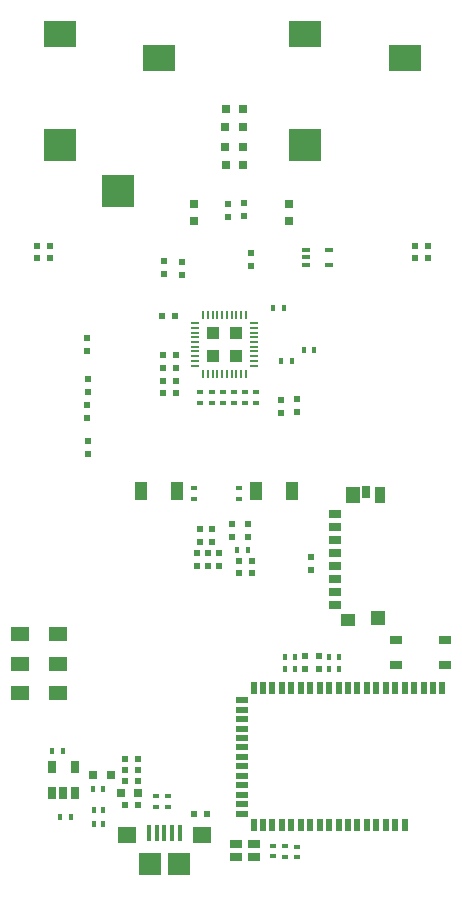
<source format=gbr>
G04 #@! TF.GenerationSoftware,KiCad,Pcbnew,(5.1.5)-3*
G04 #@! TF.CreationDate,2020-08-10T10:15:20+05:30*
G04 #@! TF.ProjectId,D_Tympan_DFMI_1.0,445f5479-6d70-4616-9e5f-44464d495f31,rev?*
G04 #@! TF.SameCoordinates,Original*
G04 #@! TF.FileFunction,Paste,Top*
G04 #@! TF.FilePolarity,Positive*
%FSLAX46Y46*%
G04 Gerber Fmt 4.6, Leading zero omitted, Abs format (unit mm)*
G04 Created by KiCad (PCBNEW (5.1.5)-3) date 2020-08-10 10:15:20*
%MOMM*%
%LPD*%
G04 APERTURE LIST*
%ADD10R,2.800000X2.800000*%
%ADD11R,2.800000X2.200000*%
%ADD12R,0.400000X0.600000*%
%ADD13R,0.400000X0.500000*%
%ADD14R,1.600000X1.200000*%
%ADD15R,0.500000X0.600000*%
%ADD16R,0.800000X0.750000*%
%ADD17R,0.600000X0.400000*%
%ADD18R,0.600000X1.000000*%
%ADD19R,1.000000X0.600000*%
%ADD20R,1.000000X1.600000*%
%ADD21R,0.750000X0.800000*%
%ADD22R,0.200000X0.750000*%
%ADD23R,0.750000X0.200000*%
%ADD24R,1.140000X1.140000*%
%ADD25R,0.600000X0.500000*%
%ADD26R,1.900000X1.900000*%
%ADD27R,1.600000X1.400000*%
%ADD28R,0.400000X1.350000*%
%ADD29R,1.050000X0.650000*%
%ADD30R,1.000000X0.800000*%
%ADD31R,0.650000X0.400000*%
%ADD32R,1.000000X0.700000*%
%ADD33R,1.200000X1.000000*%
%ADD34R,1.200000X1.150000*%
%ADD35R,1.200000X1.450000*%
%ADD36R,0.700000X1.000000*%
%ADD37R,0.900000X1.400000*%
%ADD38R,0.650000X1.060000*%
G04 APERTURE END LIST*
D10*
X140050000Y-58180000D03*
D11*
X148450000Y-50780000D03*
X140050000Y-48780000D03*
D12*
X119284420Y-115062180D03*
X120184420Y-115062180D03*
D13*
X122178420Y-115649480D03*
X122178420Y-114449480D03*
X122878420Y-115649480D03*
X122878420Y-114449480D03*
D12*
X118600000Y-109505000D03*
X119500000Y-109505000D03*
D14*
X119120000Y-102070000D03*
X115920000Y-102070000D03*
X119120000Y-104570000D03*
X115920000Y-104570000D03*
X115920000Y-99570000D03*
X119120000Y-99570000D03*
D15*
X133470000Y-64280000D03*
X133470000Y-63180000D03*
D16*
X133260000Y-58320000D03*
X134760000Y-58320000D03*
D17*
X137270000Y-117490000D03*
X137270000Y-118390000D03*
X135900000Y-79080000D03*
X135900000Y-79980000D03*
D18*
X151650000Y-104180000D03*
X150850000Y-104180000D03*
X150050000Y-104180000D03*
X149250000Y-104180000D03*
X148450000Y-104180000D03*
X147650000Y-104180000D03*
X146850000Y-104180000D03*
X146050000Y-104180000D03*
X145250000Y-104180000D03*
X144450000Y-104180000D03*
X143650000Y-104180000D03*
X142850000Y-104180000D03*
X142050000Y-104180000D03*
X141250000Y-104180000D03*
X140450000Y-104180000D03*
X139650000Y-104180000D03*
X138850000Y-104180000D03*
X138050000Y-104180000D03*
X137250000Y-104180000D03*
X136450000Y-104180000D03*
X135650000Y-104180000D03*
D19*
X134650000Y-105180000D03*
X134650000Y-105980000D03*
X134650000Y-106780000D03*
X134650000Y-107580000D03*
X134650000Y-108380000D03*
X134650000Y-109180000D03*
X134650000Y-109980000D03*
X134650000Y-110780000D03*
X134650000Y-111580000D03*
X134650000Y-112380000D03*
X134650000Y-113180000D03*
X134650000Y-113980000D03*
X134650000Y-114780000D03*
D18*
X135650000Y-115780000D03*
X136450000Y-115780000D03*
X137250000Y-115780000D03*
X138050000Y-115780000D03*
X138850000Y-115780000D03*
X139650000Y-115780000D03*
X140450000Y-115780000D03*
X141250000Y-115780000D03*
X142050000Y-115780000D03*
X142850000Y-115780000D03*
X143650000Y-115780000D03*
X144450000Y-115780000D03*
X145250000Y-115780000D03*
X146050000Y-115780000D03*
X146850000Y-115780000D03*
X147650000Y-115780000D03*
X148450000Y-115780000D03*
D20*
X126150000Y-87430000D03*
X129150000Y-87430000D03*
X138900000Y-87480000D03*
X135900000Y-87480000D03*
D16*
X133270000Y-56680000D03*
X134770000Y-56680000D03*
X134780000Y-59900000D03*
X133280000Y-59900000D03*
D21*
X138650000Y-64640000D03*
X138650000Y-63140000D03*
X130600000Y-63140000D03*
X130600000Y-64640000D03*
D16*
X134790000Y-55130000D03*
X133290000Y-55130000D03*
D22*
X131394600Y-77547000D03*
X131794600Y-77547000D03*
X132194600Y-77547000D03*
X132594600Y-77547000D03*
X132994600Y-77547000D03*
X133394600Y-77547000D03*
X133794600Y-77547000D03*
X134194600Y-77547000D03*
X134594600Y-77547000D03*
X134994600Y-77547000D03*
D23*
X135694600Y-76847000D03*
X135694600Y-76447000D03*
X135694600Y-76047000D03*
X135694600Y-75647000D03*
X135694600Y-75247000D03*
X135694600Y-74847000D03*
X135694600Y-74447000D03*
X135694600Y-74047000D03*
X135694600Y-73647000D03*
X135694600Y-73247000D03*
D22*
X134994600Y-72547000D03*
X134594600Y-72547000D03*
X134194600Y-72547000D03*
X133794600Y-72547000D03*
X133394600Y-72547000D03*
X132994600Y-72547000D03*
X132594600Y-72547000D03*
X132194600Y-72547000D03*
X131794600Y-72547000D03*
X131394600Y-72547000D03*
D23*
X130694600Y-73247000D03*
X130694600Y-73647000D03*
X130694600Y-74047000D03*
X130694600Y-74447000D03*
X130694600Y-74847000D03*
X130694600Y-75247000D03*
X130694600Y-75647000D03*
X130694600Y-76047000D03*
X130694600Y-76447000D03*
X130694600Y-76847000D03*
D24*
X134144600Y-74097000D03*
X132244600Y-74097000D03*
X134144600Y-75997000D03*
X132244600Y-75997000D03*
D10*
X124200000Y-62080000D03*
X119250000Y-58180000D03*
D11*
X127650000Y-50780000D03*
X119250000Y-48780000D03*
D15*
X135200000Y-90280000D03*
X135200000Y-91380000D03*
X129117900Y-75919400D03*
X129117900Y-77019400D03*
X128060000Y-67980000D03*
X128060000Y-69080000D03*
X138010000Y-80840000D03*
X138010000Y-79740000D03*
X139330000Y-80760000D03*
X139330000Y-79660000D03*
D25*
X129096400Y-79149100D03*
X127996400Y-79149100D03*
X129096400Y-78171200D03*
X127996400Y-78171200D03*
D15*
X128000300Y-75919400D03*
X128000300Y-77019400D03*
D25*
X129000000Y-72680000D03*
X127900000Y-72680000D03*
D15*
X129570000Y-69150000D03*
X129570000Y-68050000D03*
X135430000Y-68380000D03*
X135430000Y-67280000D03*
X134820000Y-64210000D03*
X134820000Y-63110000D03*
D25*
X125900000Y-114080000D03*
X124800000Y-114080000D03*
X149300000Y-67730000D03*
X150400000Y-67730000D03*
X149300000Y-66730000D03*
X150400000Y-66730000D03*
X117300000Y-67730000D03*
X118400000Y-67730000D03*
X118400000Y-66730000D03*
X117300000Y-66730000D03*
D15*
X121573380Y-75640200D03*
X121573380Y-74540200D03*
X121596240Y-78002220D03*
X121596240Y-79102220D03*
X121563220Y-80209480D03*
X121563220Y-81309480D03*
X121639420Y-83257480D03*
X121639420Y-84357480D03*
D17*
X130650000Y-87230000D03*
X130650000Y-88130000D03*
D12*
X137300000Y-71980000D03*
X138200000Y-71980000D03*
D17*
X134450000Y-87230000D03*
X134450000Y-88130000D03*
D15*
X132750000Y-92730000D03*
X132750000Y-93830000D03*
D25*
X134400000Y-94380000D03*
X135500000Y-94380000D03*
D15*
X130900000Y-92730000D03*
X130900000Y-93830000D03*
X131800000Y-92730000D03*
X131800000Y-93830000D03*
X131125000Y-91755000D03*
X131125000Y-90655000D03*
X132125000Y-91755000D03*
X132125000Y-90655000D03*
D26*
X129300000Y-119080000D03*
D27*
X131300000Y-116630000D03*
D28*
X126800000Y-116405000D03*
X127450000Y-116405000D03*
X129400000Y-116405000D03*
X128750000Y-116405000D03*
X128100000Y-116405000D03*
D27*
X124900000Y-116630000D03*
D26*
X126900000Y-119080000D03*
D12*
X135150000Y-92480000D03*
X134250000Y-92480000D03*
D17*
X127400000Y-114230000D03*
X127400000Y-113330000D03*
X128400000Y-114230000D03*
X128400000Y-113330000D03*
D29*
X147750000Y-100080000D03*
X151900000Y-100080000D03*
X147750000Y-102230000D03*
X151900000Y-102230000D03*
D15*
X140500000Y-93080000D03*
X140500000Y-94180000D03*
X141175000Y-101455000D03*
X141175000Y-102555000D03*
X140050000Y-101430000D03*
X140050000Y-102530000D03*
D30*
X134200000Y-117330000D03*
X135700000Y-117330000D03*
X135700000Y-118430000D03*
X134200000Y-118430000D03*
D12*
X142925000Y-102555000D03*
X142025000Y-102555000D03*
X138300000Y-102530000D03*
X139200000Y-102530000D03*
X142025000Y-101555000D03*
X142925000Y-101555000D03*
X139200000Y-101505000D03*
X138300000Y-101505000D03*
D17*
X138330000Y-117550000D03*
X138330000Y-118450000D03*
X139370000Y-117580000D03*
X139370000Y-118480000D03*
D25*
X134400000Y-93430000D03*
X135500000Y-93430000D03*
D15*
X133850000Y-91380000D03*
X133850000Y-90280000D03*
D25*
X124800000Y-111980000D03*
X125900000Y-111980000D03*
X124800000Y-111080000D03*
X125900000Y-111080000D03*
X124800000Y-110180000D03*
X125900000Y-110180000D03*
X130650000Y-114830000D03*
X131750000Y-114830000D03*
D16*
X124400000Y-113030000D03*
X125900000Y-113030000D03*
D31*
X140122960Y-67031020D03*
X140122960Y-68331020D03*
X140122960Y-67681020D03*
X142022960Y-68331020D03*
X142022960Y-67031020D03*
D32*
X142560000Y-89430000D03*
X142560000Y-90530000D03*
X142560000Y-91630000D03*
X142560000Y-92730000D03*
X142560000Y-93830000D03*
X142560000Y-94930000D03*
X142560000Y-96030000D03*
X142560000Y-97130000D03*
D33*
X143610000Y-98405000D03*
D34*
X146200000Y-98205000D03*
D35*
X144050000Y-87805000D03*
D36*
X145200000Y-87580000D03*
D37*
X146350000Y-87780000D03*
D12*
X122937780Y-112694900D03*
X122037780Y-112694900D03*
D38*
X118612500Y-113067500D03*
X119562500Y-113067500D03*
X120512500Y-113067500D03*
X120512500Y-110867500D03*
X118612500Y-110867500D03*
D17*
X131150000Y-79980000D03*
X131150000Y-79080000D03*
X133050000Y-79080000D03*
X133050000Y-79980000D03*
X134000000Y-79080000D03*
X134000000Y-79980000D03*
X134950000Y-79980000D03*
X134950000Y-79080000D03*
X132100000Y-79980000D03*
X132100000Y-79080000D03*
D12*
X139896520Y-75539780D03*
X140796520Y-75539780D03*
X138870000Y-76450000D03*
X137970000Y-76450000D03*
D16*
X122100000Y-111480000D03*
X123600000Y-111480000D03*
M02*

</source>
